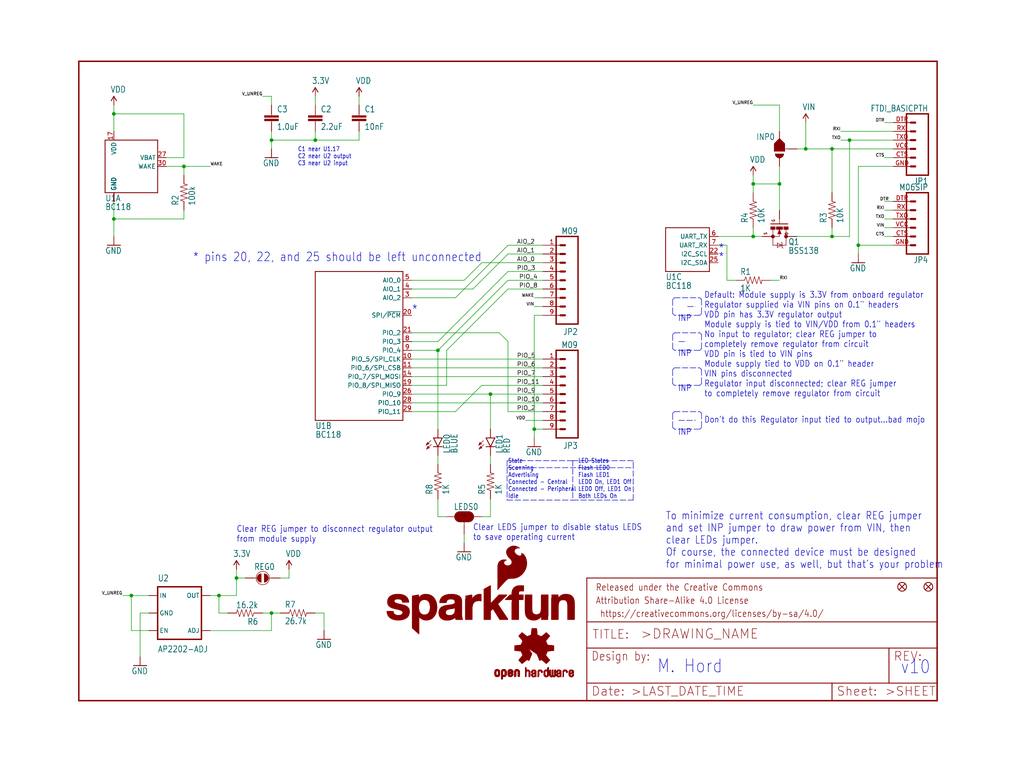
<source format=kicad_sch>
(kicad_sch (version 20211123) (generator eeschema)
  (paper "User" 297.002 223.926)
  (lib_symbols
    (symbol "schematicEagle-eagle-import:1.0UF-16V-10%(0603)"
      (property "Reference" "C" (at 1.524 2.921 0))
      (property "Value" "1.0UF-16V-10%(0603)" (at 1.524 -2.159 0))
      (symbol "1.0UF-16V-10%(0603)_1_0"
        (pin passive line (at 0 5.08 270) (length 2.54) (name "1") (number "1"))
        (pin passive line (at 0 -2.54 90) (length 2.54) (name "2") (number "2"))
      )
    )
    (symbol "schematicEagle-eagle-import:100KOHM1{slash}10W1%(0603)"
      (property "Reference" "R" (at -3.81 1.4986 0))
      (property "Value" "100KOHM1{slash}10W1%(0603)" (at -3.81 -3.302 0))
      (symbol "100KOHM1{slash}10W1%(0603)_1_0"
        (pin passive line (at -5.08 0 0) (length 2.54) (name "1") (number "1"))
        (pin passive line (at 5.08 0 180) (length 2.54) (name "2") (number "2"))
      )
    )
    (symbol "schematicEagle-eagle-import:10KOHM1{slash}10W1%(0603)0603"
      (property "Reference" "R" (at -3.81 1.4986 0))
      (property "Value" "10KOHM1{slash}10W1%(0603)0603" (at -3.81 -3.302 0))
      (symbol "10KOHM1{slash}10W1%(0603)0603_1_0"
        (pin passive line (at -5.08 0 0) (length 2.54) (name "1") (number "1"))
        (pin passive line (at 5.08 0 180) (length 2.54) (name "2") (number "2"))
      )
    )
    (symbol "schematicEagle-eagle-import:10NF{slash}10000PF-50V-10%(0603)"
      (property "Reference" "C" (at 1.524 2.921 0))
      (property "Value" "10NF{slash}10000PF-50V-10%(0603)" (at 1.524 -2.159 0))
      (symbol "10NF{slash}10000PF-50V-10%(0603)_1_0"
        (pin passive line (at 0 5.08 270) (length 2.54) (name "1") (number "1"))
        (pin passive line (at 0 -2.54 90) (length 2.54) (name "2") (number "2"))
      )
    )
    (symbol "schematicEagle-eagle-import:16.2KOHM1{slash}10W1%(0603)"
      (property "Reference" "R" (at -3.81 1.4986 0))
      (property "Value" "16.2KOHM1{slash}10W1%(0603)" (at -3.81 -3.302 0))
      (symbol "16.2KOHM1{slash}10W1%(0603)_1_0"
        (pin passive line (at -5.08 0 0) (length 2.54) (name "1") (number "1"))
        (pin passive line (at 5.08 0 180) (length 2.54) (name "2") (number "2"))
      )
    )
    (symbol "schematicEagle-eagle-import:1KOHM1{slash}10W1%(0603)"
      (property "Reference" "R" (at -3.81 1.4986 0))
      (property "Value" "1KOHM1{slash}10W1%(0603)" (at -3.81 -3.302 0))
      (symbol "1KOHM1{slash}10W1%(0603)_1_0"
        (pin passive line (at -5.08 0 0) (length 2.54) (name "1") (number "1"))
        (pin passive line (at 5.08 0 180) (length 2.54) (name "2") (number "2"))
      )
    )
    (symbol "schematicEagle-eagle-import:2.2UF-10V-20%(0603)"
      (property "Reference" "C" (at 1.524 2.921 0))
      (property "Value" "2.2UF-10V-20%(0603)" (at 1.524 -2.159 0))
      (symbol "2.2UF-10V-20%(0603)_1_0"
        (pin passive line (at 0 5.08 270) (length 2.54) (name "1") (number "1"))
        (pin passive line (at 0 -2.54 90) (length 2.54) (name "2") (number "2"))
      )
    )
    (symbol "schematicEagle-eagle-import:3.3V" (power)
      (property "Value" "3.3V" (at -1.016 3.556 0))
      (symbol "3.3V_1_0"
        (pin power_in line (at 0 0 90) (length 2.54) (name "3.3V") (number "1"))
      )
    )
    (symbol "schematicEagle-eagle-import:AP2202-ADJ"
      (property "Reference" "U" (at -7.62 9.144 0))
      (property "Value" "AP2202-ADJ" (at -7.62 -11.43 0))
      (symbol "AP2202-ADJ_1_0"
        (pin input line (at -10.16 5.08 0) (length 2.54) (name "IN") (number "1"))
        (pin input line (at -10.16 0 0) (length 2.54) (name "GND") (number "2"))
        (pin input line (at -10.16 -5.08 0) (length 2.54) (name "EN") (number "3"))
        (pin input line (at 7.62 -5.08 180) (length 2.54) (name "ADJ") (number "4"))
        (pin passive line (at 7.62 5.08 180) (length 2.54) (name "OUT") (number "5"))
      )
    )
    (symbol "schematicEagle-eagle-import:BC118"
      (property "Reference" "U" (at 0 -2.54 0))
      (property "Value" "BC118" (at 0 -5.08 0))
      (symbol "BC118_1_0"
        (pin bidirectional line (at 2.54 -2.54 90) (length 2.54) (name "GND") (number "1"))
        (pin bidirectional line (at 2.54 -2.54 90) (length 2.54) (name "GND") (number "12"))
        (pin bidirectional line (at 2.54 -2.54 90) (length 2.54) (name "GND") (number "13"))
        (pin bidirectional line (at 2.54 -2.54 90) (length 2.54) (name "GND") (number "15"))
        (pin bidirectional line (at 2.54 -2.54 90) (length 2.54) (name "GND") (number "16"))
        (pin bidirectional line (at 2.54 17.78 270) (length 2.54) (name "VDD") (number "17"))
        (pin bidirectional line (at 2.54 -2.54 90) (length 2.54) (name "GND") (number "18"))
        (pin bidirectional line (at 2.54 -2.54 90) (length 2.54) (name "GND") (number "2"))
        (pin bidirectional line (at 2.54 -2.54 90) (length 2.54) (name "GND") (number "23"))
        (pin bidirectional line (at 2.54 -2.54 90) (length 2.54) (name "GND") (number "24"))
        (pin bidirectional line (at 17.78 10.16 180) (length 2.54) (name "VBAT") (number "27"))
        (pin bidirectional line (at 17.78 7.62 180) (length 2.54) (name "WAKE") (number "30"))
        (pin bidirectional line (at 2.54 -2.54 90) (length 2.54) (name "GND") (number "31"))
        (pin bidirectional line (at 2.54 -2.54 90) (length 2.54) (name "GND") (number "32"))
        (pin bidirectional line (at 2.54 -2.54 90) (length 2.54) (name "GND") (number "33"))
        (pin bidirectional line (at 2.54 -2.54 90) (length 2.54) (name "GND") (number "34"))
        (pin bidirectional line (at 2.54 -2.54 90) (length 2.54) (name "GND") (number "35"))
      )
      (symbol "BC118_2_0"
        (pin bidirectional line (at 27.94 17.78 180) (length 2.54) (name "PIO_5/SPI_CLK") (number "10"))
        (pin bidirectional line (at 27.94 15.24 180) (length 2.54) (name "PIO_6/SPI_CSB") (number "11"))
        (pin bidirectional line (at 27.94 12.7 180) (length 2.54) (name "PIO_7/SPI_MOSI") (number "14"))
        (pin bidirectional line (at 27.94 10.16 180) (length 2.54) (name "PIO_8/SPI_MISO") (number "19"))
        (pin bidirectional line (at 27.94 30.48 180) (length 2.54) (name "SPI/~{PCM}") (number "20"))
        (pin bidirectional line (at 27.94 25.4 180) (length 2.54) (name "PIO_2") (number "21"))
        (pin bidirectional line (at 27.94 7.62 180) (length 2.54) (name "PIO_9") (number "26"))
        (pin bidirectional line (at 27.94 5.08 180) (length 2.54) (name "PIO_10") (number "28"))
        (pin bidirectional line (at 27.94 2.54 180) (length 2.54) (name "PIO_11") (number "29"))
        (pin bidirectional line (at 27.94 35.56 180) (length 2.54) (name "AIO_2") (number "3"))
        (pin bidirectional line (at 27.94 38.1 180) (length 2.54) (name "AIO_1") (number "4"))
        (pin bidirectional line (at 27.94 40.64 180) (length 2.54) (name "AIO_0") (number "5"))
        (pin bidirectional line (at 27.94 22.86 180) (length 2.54) (name "PIO_3") (number "8"))
        (pin bidirectional line (at 27.94 20.32 180) (length 2.54) (name "PIO_4") (number "9"))
      )
      (symbol "BC118_3_0"
        (pin bidirectional line (at 15.24 5.08 180) (length 2.54) (name "I2C_SCL") (number "22"))
        (pin bidirectional line (at 15.24 2.54 180) (length 2.54) (name "I2C_SDA") (number "25"))
        (pin bidirectional line (at 15.24 10.16 180) (length 2.54) (name "UART_TX") (number "6"))
        (pin bidirectional line (at 15.24 7.62 180) (length 2.54) (name "UART_RX") (number "7"))
      )
    )
    (symbol "schematicEagle-eagle-import:FIDUCIAL1X2")
    (symbol "schematicEagle-eagle-import:FRAME-LETTER"
      (symbol "FRAME-LETTER_2_0"
        (text " https://creativecommons.org/licenses/by-sa/4.0/" (at 2.54 24.13 0) (effects (font (size 1.9304 1.6408)) (justify left bottom)))
        (text ">DRAWING_NAME" (at 15.494 17.78 0) (effects (font (size 2.7432 2.7432)) (justify left bottom)))
        (text ">LAST_DATE_TIME" (at 12.7 1.27 0) (effects (font (size 2.54 2.54)) (justify left bottom)))
        (text ">SHEET" (at 86.36 1.27 0) (effects (font (size 2.54 2.54)) (justify left bottom)))
        (text "Attribution Share-Alike 4.0 License" (at 2.54 27.94 0) (effects (font (size 1.9304 1.6408)) (justify left bottom)))
        (text "Date:" (at 1.27 1.27 0) (effects (font (size 2.54 2.54)) (justify left bottom)))
        (text "Design by:" (at 1.27 11.43 0) (effects (font (size 2.54 2.159)) (justify left bottom)))
        (text "Released under the Creative Commons" (at 2.54 31.75 0) (effects (font (size 1.9304 1.6408)) (justify left bottom)))
        (text "REV:" (at 88.9 11.43 0) (effects (font (size 2.54 2.54)) (justify left bottom)))
        (text "Sheet:" (at 72.39 1.27 0) (effects (font (size 2.54 2.54)) (justify left bottom)))
        (text "TITLE:" (at 1.524 17.78 0) (effects (font (size 2.54 2.54)) (justify left bottom)))
      )
    )
    (symbol "schematicEagle-eagle-import:FTDI_BASICPTH"
      (property "Reference" "JP" (at -5.08 10.922 0))
      (property "Value" "FTDI_BASICPTH" (at -5.08 -10.16 0))
      (symbol "FTDI_BASICPTH_1_0"
        (pin passive line (at 5.08 5.08 180) (length 5.08) (name "5") (number "CTS"))
        (pin passive line (at 5.08 -5.08 180) (length 5.08) (name "1") (number "DTR"))
        (pin passive line (at 5.08 7.62 180) (length 5.08) (name "6") (number "GND"))
        (pin passive line (at 5.08 -2.54 180) (length 5.08) (name "2") (number "RXI"))
        (pin passive line (at 5.08 0 180) (length 5.08) (name "3") (number "TXO"))
        (pin passive line (at 5.08 2.54 180) (length 5.08) (name "4") (number "VCC"))
      )
    )
    (symbol "schematicEagle-eagle-import:GND" (power)
      (property "Value" "GND" (at -2.54 -2.54 0))
      (symbol "GND_1_0"
        (pin power_in line (at 0 2.54 270) (length 2.54) (name "GND") (number "1"))
      )
    )
    (symbol "schematicEagle-eagle-import:JUMPER-PAD-2-NC_BY_PASTE"
      (property "Reference" "SJ" (at -2.54 2.54 0))
      (property "Value" "JUMPER-PAD-2-NC_BY_PASTE" (at -2.54 -5.08 0))
      (symbol "JUMPER-PAD-2-NC_BY_PASTE_1_0"
        (pin passive line (at -5.08 0 0) (length 2.54) (name "1") (number "1"))
        (pin passive line (at 5.08 0 180) (length 2.54) (name "2") (number "2"))
      )
    )
    (symbol "schematicEagle-eagle-import:JUMPER-PAD-3-2OF3_NC_BY_PASTE"
      (property "Reference" "SJ" (at 2.54 0.381 0))
      (property "Value" "JUMPER-PAD-3-2OF3_NC_BY_PASTE" (at 2.54 -1.905 0))
      (symbol "JUMPER-PAD-3-2OF3_NC_BY_PASTE_1_0"
        (pin passive line (at 0 5.08 270) (length 2.54) (name "1") (number "1"))
        (pin passive line (at -5.08 0 0) (length 2.54) (name "2") (number "2"))
        (pin passive line (at 0 -5.08 90) (length 2.54) (name "3") (number "3"))
      )
    )
    (symbol "schematicEagle-eagle-import:JUMPER-PAD-3-NC_BY_PASTE"
      (property "Reference" "SJ" (at 2.54 0.381 0))
      (property "Value" "JUMPER-PAD-3-NC_BY_PASTE" (at 2.54 -1.905 0))
      (symbol "JUMPER-PAD-3-NC_BY_PASTE_1_0"
        (pin passive line (at 0 5.08 270) (length 2.54) (name "1") (number "1"))
        (pin passive line (at -5.08 0 0) (length 2.54) (name "2") (number "2"))
        (pin passive line (at 0 -5.08 90) (length 2.54) (name "3") (number "3"))
      )
    )
    (symbol "schematicEagle-eagle-import:LED-BLUE0603"
      (property "Reference" "D" (at 3.556 -4.572 90))
      (property "Value" "LED-BLUE0603" (at 5.715 -4.572 90))
      (symbol "LED-BLUE0603_1_0"
        (pin passive line (at 0 2.54 270) (length 2.54) (name "A") (number "A"))
        (pin passive line (at 0 -5.08 90) (length 2.54) (name "C") (number "C"))
      )
    )
    (symbol "schematicEagle-eagle-import:LED-RED0603"
      (property "Reference" "D" (at 3.556 -4.572 90))
      (property "Value" "LED-RED0603" (at 5.715 -4.572 90))
      (symbol "LED-RED0603_1_0"
        (pin passive line (at 0 2.54 270) (length 2.54) (name "A") (number "A"))
        (pin passive line (at 0 -5.08 90) (length 2.54) (name "C") (number "C"))
      )
    )
    (symbol "schematicEagle-eagle-import:M06SIP"
      (property "Reference" "JP" (at -5.08 10.922 0))
      (property "Value" "M06SIP" (at -5.08 -10.16 0))
      (symbol "M06SIP_1_0"
        (pin passive line (at 5.08 5.08 180) (length 5.08) (name "5") (number "CTS"))
        (pin passive line (at 5.08 -5.08 180) (length 5.08) (name "1") (number "DTR"))
        (pin passive line (at 5.08 7.62 180) (length 5.08) (name "6") (number "GND"))
        (pin passive line (at 5.08 -2.54 180) (length 5.08) (name "2") (number "RXI"))
        (pin passive line (at 5.08 0 180) (length 5.08) (name "3") (number "TXO"))
        (pin passive line (at 5.08 2.54 180) (length 5.08) (name "4") (number "VCC"))
      )
    )
    (symbol "schematicEagle-eagle-import:M09"
      (property "Reference" "JP" (at 0 16.51 0))
      (property "Value" "M09" (at 0 -15.24 0))
      (symbol "M09_1_0"
        (pin passive line (at 10.16 -10.16 180) (length 5.08) (name "1") (number "1"))
        (pin passive line (at 10.16 -7.62 180) (length 5.08) (name "2") (number "2"))
        (pin passive line (at 10.16 -5.08 180) (length 5.08) (name "3") (number "3"))
        (pin passive line (at 10.16 -2.54 180) (length 5.08) (name "4") (number "4"))
        (pin passive line (at 10.16 0 180) (length 5.08) (name "5") (number "5"))
        (pin passive line (at 10.16 2.54 180) (length 5.08) (name "6") (number "6"))
        (pin passive line (at 10.16 5.08 180) (length 5.08) (name "7") (number "7"))
        (pin passive line (at 10.16 7.62 180) (length 5.08) (name "8") (number "8"))
        (pin passive line (at 10.16 10.16 180) (length 5.08) (name "9") (number "9"))
      )
    )
    (symbol "schematicEagle-eagle-import:MOSFET-NCHANNELBSS138"
      (property "Reference" "Q" (at 5.08 2.54 0))
      (property "Value" "MOSFET-NCHANNELBSS138" (at 5.08 0 0))
      (symbol "MOSFET-NCHANNELBSS138_1_0"
        (text "D" (at -1.27 2.54 0) (effects (font (size 0.8128 0.6908)) (justify left bottom)))
        (text "G" (at -5.08 -1.27 0) (effects (font (size 0.8128 0.6908)) (justify left bottom)))
        (text "S" (at -1.27 -3.556 0) (effects (font (size 0.8128 0.6908)) (justify left bottom)))
        (pin passive line (at -7.62 0 0) (length 2.54) (name "G") (number "1"))
        (pin passive line (at 0 -5.08 90) (length 2.54) (name "S") (number "2"))
        (pin passive line (at 0 5.08 270) (length 2.54) (name "D") (number "3"))
      )
    )
    (symbol "schematicEagle-eagle-import:OSHW-LOGOS")
    (symbol "schematicEagle-eagle-import:SFE_LOGO_NAME.1_INCH")
    (symbol "schematicEagle-eagle-import:SFE_LOGO_NAME_FLAME.1_INCH")
    (symbol "schematicEagle-eagle-import:VDD" (power)
      (property "Value" "VDD" (at -1.016 3.556 0))
      (symbol "VDD_1_0"
        (pin power_in line (at 0 0 90) (length 2.54) (name "VDD") (number "1"))
      )
    )
    (symbol "schematicEagle-eagle-import:VIN" (power)
      (property "Value" "VIN" (at -1.016 3.556 0))
      (symbol "VIN_1_0"
        (pin power_in line (at 0 0 90) (length 2.54) (name "VIN") (number "1"))
      )
    )
  )
  (junction (at 248.92 71.12))
  (junction (at 154.94 124.46))
  (junction (at 241.3 43.18))
  (junction (at 233.68 43.18))
  (junction (at 78.74 40.64))
  (junction (at 68.58 167.64))
  (junction (at 241.3 68.58))
  (junction (at 33.02 33.02))
  (junction (at 38.1 172.72))
  (junction (at 127 101.6))
  (junction (at 33.02 63.5))
  (junction (at 78.74 177.8))
  (junction (at 53.34 48.26))
  (junction (at 226.06 53.34))
  (junction (at 63.5 172.72))
  (junction (at 218.44 53.34))
  (junction (at 246.38 40.64))
  (junction (at 142.24 114.3))
  (junction (at 218.44 68.58))
  (junction (at 91.44 40.64))
  (wire (pts (xy 233.68 35.56) (xy 233.68 43.18)))
  (wire (pts (xy 139.7 76.2) (xy 157.48 76.2)))
  (wire (pts (xy 78.74 43.18) (xy 78.74 40.64)))
  (wire (pts (xy 147.32 99.06) (xy 144.78 96.52)))
  (wire (pts (xy 157.48 86.36) (xy 154.94 86.36)))
  (wire (pts (xy 132.08 119.38) (xy 139.7 111.76)))
  (wire (pts (xy 63.5 172.72) (xy 68.58 172.72)))
  (wire (pts (xy 154.94 127) (xy 154.94 124.46)))
  (wire (pts (xy 259.08 38.1) (xy 243.84 38.1)))
  (wire (pts (xy 91.44 40.64) (xy 104.14 40.64)))
  (wire (pts (xy 53.34 63.5) (xy 53.34 60.96)))
  (wire (pts (xy 78.74 182.88) (xy 78.74 177.8)))
  (wire (pts (xy 127 144.78) (xy 127 149.86)))
  (wire (pts (xy 78.74 27.94) (xy 78.74 30.48)))
  (polyline (pts (xy 183.642 145.034) (xy 183.642 135.636)))
  (polyline (pts (xy 166.116 145.034) (xy 183.642 145.034)))
  (wire (pts (xy 127 124.46) (xy 127 101.6)))
  (polyline (pts (xy 195.072 123.952) (xy 195.072 119.888)))
  (wire (pts (xy 33.02 30.48) (xy 33.02 33.02)))
  (wire (pts (xy 132.08 86.36) (xy 147.32 71.12)))
  (polyline (pts (xy 195.58 86.36) (xy 202.946 86.36)))
  (wire (pts (xy 154.94 124.46) (xy 157.48 124.46)))
  (wire (pts (xy 38.1 172.72) (xy 35.56 172.72)))
  (wire (pts (xy 53.34 48.26) (xy 60.96 48.26)))
  (wire (pts (xy 139.7 149.86) (xy 142.24 149.86)))
  (wire (pts (xy 259.08 66.04) (xy 256.54 66.04)))
  (wire (pts (xy 127 149.86) (xy 129.54 149.86)))
  (wire (pts (xy 43.18 182.88) (xy 38.1 182.88)))
  (wire (pts (xy 208.28 71.12) (xy 210.82 71.12)))
  (wire (pts (xy 53.34 48.26) (xy 53.34 50.8)))
  (wire (pts (xy 134.62 81.28) (xy 139.7 76.2)))
  (wire (pts (xy 226.06 53.34) (xy 226.06 60.96)))
  (wire (pts (xy 63.5 172.72) (xy 63.5 177.8)))
  (wire (pts (xy 147.32 73.66) (xy 157.48 73.66)))
  (wire (pts (xy 33.02 33.02) (xy 53.34 33.02)))
  (wire (pts (xy 60.96 182.88) (xy 78.74 182.88)))
  (wire (pts (xy 129.54 101.6) (xy 147.32 83.82)))
  (wire (pts (xy 134.62 157.48) (xy 134.62 154.94)))
  (wire (pts (xy 63.5 177.8) (xy 66.04 177.8)))
  (wire (pts (xy 231.14 43.18) (xy 233.68 43.18)))
  (wire (pts (xy 127 99.06) (xy 147.32 78.74)))
  (wire (pts (xy 147.32 119.38) (xy 147.32 99.06)))
  (wire (pts (xy 119.38 99.06) (xy 127 99.06)))
  (polyline (pts (xy 166.116 133.604) (xy 166.116 145.034)))
  (wire (pts (xy 119.38 106.68) (xy 157.48 106.68)))
  (wire (pts (xy 91.44 177.8) (xy 93.98 177.8)))
  (wire (pts (xy 147.32 81.28) (xy 157.48 81.28)))
  (wire (pts (xy 119.38 86.36) (xy 132.08 86.36)))
  (wire (pts (xy 33.02 33.02) (xy 33.02 38.1)))
  (polyline (pts (xy 195.072 107.188) (xy 195.58 106.68)))
  (wire (pts (xy 104.14 27.94) (xy 104.14 30.48)))
  (wire (pts (xy 147.32 83.82) (xy 157.48 83.82)))
  (wire (pts (xy 210.82 71.12) (xy 210.82 81.28)))
  (polyline (pts (xy 195.58 111.76) (xy 195.072 111.252)))
  (wire (pts (xy 248.92 73.66) (xy 248.92 71.12)))
  (wire (pts (xy 248.92 48.26) (xy 259.08 48.26)))
  (wire (pts (xy 40.64 177.8) (xy 43.18 177.8)))
  (wire (pts (xy 60.96 172.72) (xy 63.5 172.72)))
  (wire (pts (xy 142.24 114.3) (xy 157.48 114.3)))
  (wire (pts (xy 119.38 119.38) (xy 132.08 119.38)))
  (wire (pts (xy 259.08 35.56) (xy 256.54 35.56)))
  (wire (pts (xy 142.24 124.46) (xy 142.24 114.3)))
  (polyline (pts (xy 195.58 119.38) (xy 202.946 119.38)))
  (wire (pts (xy 33.02 63.5) (xy 53.34 63.5)))
  (wire (pts (xy 226.06 48.26) (xy 226.06 53.34)))
  (polyline (pts (xy 147.066 135.636) (xy 147.066 145.034)))
  (polyline (pts (xy 202.946 86.36) (xy 203.454 86.868)))
  (wire (pts (xy 78.74 38.1) (xy 78.74 40.64)))
  (wire (pts (xy 78.74 177.8) (xy 81.28 177.8)))
  (wire (pts (xy 241.3 43.18) (xy 259.08 43.18)))
  (wire (pts (xy 38.1 172.72) (xy 43.18 172.72)))
  (polyline (pts (xy 203.454 119.888) (xy 203.454 123.952)))
  (wire (pts (xy 259.08 45.72) (xy 256.54 45.72)))
  (polyline (pts (xy 195.58 124.46) (xy 195.072 123.952)))
  (polyline (pts (xy 203.454 107.188) (xy 203.454 111.252)))
  (wire (pts (xy 104.14 40.64) (xy 104.14 38.1)))
  (polyline (pts (xy 203.454 97.028) (xy 203.454 101.092)))
  (wire (pts (xy 246.38 68.58) (xy 246.38 40.64)))
  (polyline (pts (xy 195.58 101.6) (xy 195.072 101.092)))
  (wire (pts (xy 119.38 104.14) (xy 157.48 104.14)))
  (wire (pts (xy 142.24 149.86) (xy 142.24 144.78)))
  (wire (pts (xy 231.14 68.58) (xy 241.3 68.58)))
  (wire (pts (xy 226.06 53.34) (xy 218.44 53.34)))
  (polyline (pts (xy 203.454 111.252) (xy 202.946 111.76)))
  (polyline (pts (xy 195.58 106.68) (xy 202.946 106.68)))
  (wire (pts (xy 259.08 63.5) (xy 256.54 63.5)))
  (wire (pts (xy 223.52 81.28) (xy 226.06 81.28)))
  (wire (pts (xy 127 134.62) (xy 127 132.08)))
  (polyline (pts (xy 202.946 111.76) (xy 195.58 111.76)))
  (polyline (pts (xy 196.85 121.92) (xy 201.676 121.92)))
  (wire (pts (xy 68.58 172.72) (xy 68.58 167.64)))
  (wire (pts (xy 142.24 114.3) (xy 119.38 114.3)))
  (polyline (pts (xy 195.58 96.52) (xy 202.946 96.52)))
  (wire (pts (xy 157.48 121.92) (xy 152.4 121.92)))
  (polyline (pts (xy 202.946 91.44) (xy 195.58 91.44)))
  (wire (pts (xy 53.34 33.02) (xy 53.34 45.72)))
  (wire (pts (xy 127 101.6) (xy 147.32 81.28)))
  (wire (pts (xy 218.44 53.34) (xy 218.44 50.8)))
  (wire (pts (xy 93.98 177.8) (xy 93.98 182.88)))
  (polyline (pts (xy 202.946 101.6) (xy 195.58 101.6)))
  (wire (pts (xy 208.28 68.58) (xy 218.44 68.58)))
  (wire (pts (xy 241.3 68.58) (xy 241.3 66.04)))
  (wire (pts (xy 218.44 68.58) (xy 220.98 68.58)))
  (wire (pts (xy 248.92 71.12) (xy 248.92 48.26)))
  (wire (pts (xy 53.34 45.72) (xy 48.26 45.72)))
  (wire (pts (xy 139.7 111.76) (xy 157.48 111.76)))
  (wire (pts (xy 259.08 68.58) (xy 256.54 68.58)))
  (wire (pts (xy 40.64 190.5) (xy 40.64 177.8)))
  (wire (pts (xy 154.94 91.44) (xy 157.48 91.44)))
  (wire (pts (xy 259.08 58.42) (xy 256.54 58.42)))
  (wire (pts (xy 144.78 96.52) (xy 119.38 96.52)))
  (wire (pts (xy 38.1 182.88) (xy 38.1 172.72)))
  (wire (pts (xy 218.44 66.04) (xy 218.44 68.58)))
  (wire (pts (xy 233.68 43.18) (xy 241.3 43.18)))
  (polyline (pts (xy 195.072 90.932) (xy 195.072 86.868)))
  (polyline (pts (xy 147.066 135.636) (xy 183.642 135.636)))
  (wire (pts (xy 91.44 38.1) (xy 91.44 40.64)))
  (polyline (pts (xy 147.066 145.034) (xy 166.116 145.034)))
  (polyline (pts (xy 203.454 90.932) (xy 202.946 91.44)))
  (polyline (pts (xy 195.072 86.868) (xy 195.58 86.36)))
  (wire (pts (xy 33.02 63.5) (xy 33.02 58.42)))
  (wire (pts (xy 83.82 167.64) (xy 83.82 165.1)))
  (wire (pts (xy 68.58 167.64) (xy 71.12 167.64)))
  (wire (pts (xy 259.08 60.96) (xy 256.54 60.96)))
  (wire (pts (xy 137.16 83.82) (xy 147.32 73.66)))
  (wire (pts (xy 91.44 27.94) (xy 91.44 30.48)))
  (wire (pts (xy 259.08 71.12) (xy 248.92 71.12)))
  (polyline (pts (xy 202.946 119.38) (xy 203.454 119.888)))
  (wire (pts (xy 241.3 68.58) (xy 246.38 68.58)))
  (wire (pts (xy 119.38 101.6) (xy 127 101.6)))
  (wire (pts (xy 81.28 167.64) (xy 83.82 167.64)))
  (wire (pts (xy 147.32 78.74) (xy 157.48 78.74)))
  (wire (pts (xy 76.2 177.8) (xy 78.74 177.8)))
  (polyline (pts (xy 203.454 123.952) (xy 202.946 124.46)))
  (wire (pts (xy 246.38 40.64) (xy 243.84 40.64)))
  (wire (pts (xy 154.94 124.46) (xy 154.94 91.44)))
  (wire (pts (xy 147.32 71.12) (xy 157.48 71.12)))
  (polyline (pts (xy 202.946 124.46) (xy 195.58 124.46)))
  (polyline (pts (xy 202.946 106.68) (xy 203.454 107.188)))
  (polyline (pts (xy 195.072 119.888) (xy 195.58 119.38)))
  (wire (pts (xy 142.24 134.62) (xy 142.24 132.08)))
  (wire (pts (xy 119.38 81.28) (xy 134.62 81.28)))
  (wire (pts (xy 119.38 83.82) (xy 137.16 83.82)))
  (polyline (pts (xy 147.066 133.604) (xy 147.066 135.636)))
  (wire (pts (xy 147.32 119.38) (xy 157.48 119.38)))
  (polyline (pts (xy 195.072 97.028) (xy 195.58 96.52)))
  (wire (pts (xy 48.26 48.26) (xy 53.34 48.26)))
  (polyline (pts (xy 195.072 101.092) (xy 195.072 97.028)))
  (polyline (pts (xy 203.454 86.868) (xy 203.454 90.932)))
  (polyline (pts (xy 202.946 96.52) (xy 203.454 97.028)))
  (polyline (pts (xy 195.072 111.252) (xy 195.072 107.188)))
  (wire (pts (xy 226.06 30.48) (xy 218.44 30.48)))
  (wire (pts (xy 119.38 111.76) (xy 129.54 111.76)))
  (wire (pts (xy 259.08 40.64) (xy 246.38 40.64)))
  (polyline (pts (xy 183.642 133.604) (xy 166.116 133.604)))
  (polyline (pts (xy 199.39 88.9) (xy 201.676 88.9)))
  (wire (pts (xy 157.48 88.9) (xy 154.94 88.9)))
  (wire (pts (xy 119.38 109.22) (xy 157.48 109.22)))
  (wire (pts (xy 78.74 40.64) (xy 91.44 40.64)))
  (wire (pts (xy 218.44 55.88) (xy 218.44 53.34)))
  (polyline (pts (xy 195.58 91.44) (xy 195.072 90.932)))
  (wire (pts (xy 241.3 55.88) (xy 241.3 43.18)))
  (polyline (pts (xy 166.116 133.604) (xy 147.066 133.604)))
  (wire (pts (xy 129.54 111.76) (xy 129.54 101.6)))
  (polyline (pts (xy 183.642 135.636) (xy 183.642 133.604)))
  (wire (pts (xy 68.58 165.1) (xy 68.58 167.64)))
  (wire (pts (xy 119.38 116.84) (xy 157.48 116.84)))
  (wire (pts (xy 210.82 81.28) (xy 213.36 81.28)))
  (polyline (pts (xy 203.454 101.092) (xy 202.946 101.6)))
  (wire (pts (xy 226.06 38.1) (xy 226.06 30.48)))
  (wire (pts (xy 33.02 68.58) (xy 33.02 63.5)))
  (wire (pts (xy 78.74 27.94) (xy 76.2 27.94)))
  (polyline (pts (xy 196.85 99.06) (xy 199.136 99.06)))
  (text "*" (at 208.28 73.66 180) (effects (font (size 2.54 2.159)) (justify left bottom)))
  (text "State\nScanning\nAdvertising\nConnected - Central\nConnected - Peripheral\nIdle" (at 147.32 144.78 0) (effects (font (size 1.27 1.0795)) (justify left bottom)))
  (text "Module supply tied to VDD on 0.1\" header\nVIN pins disconnected\nRegulator input disconnected; clear REG jumper\nto completely remove regulator from circuit" (at 204.216 115.316 0) (effects (font (size 1.778 1.5113)) (justify left bottom)))
  (text "*" (at 119.38 91.44 180) (effects (font (size 2.54 2.159)) (justify left bottom)))
  (text "INP" (at 196.596 126.492 180) (effects (font (size 1.778 1.5113)) (justify left bottom)))
  (text "INP" (at 196.596 113.792 180) (effects (font (size 1.778 1.5113)) (justify left bottom)))
  (text "* pins 20, 22, and 25 should be left unconnected" (at 55.88 76.2 180) (effects (font (size 2.54 2.159)) (justify left bottom)))
  (text "Clear REG jumper to disconnect regulator output\nfrom module supply" (at 68.58 157.48 0) (effects (font (size 1.778 1.5113)) (justify left bottom)))
  (text "Don't do this~{} Regulator input tied to output...bad mojo~{}" (at 204.216 122.936 0) (effects (font (size 1.778 1.5113)) (justify left bottom)))
  (text "Default: Module supply is 3.3V from onboard regulator\nRegulator supplied via VIN pins on 0.1\" headers\nVDD pin has 3.3V regulator output" (at 204.216 92.456 0) (effects (font (size 1.778 1.5113)) (justify left bottom)))
  (text "INP" (at 196.596 103.632 180) (effects (font (size 1.778 1.5113)) (justify left bottom)))
  (text "To minimize current consumption, clear REG jumper\nand set INP jumper to draw power from VIN, then\nclear LEDs jumper.\nOf course, the connected device must be designed\nfor minimal power use, as well, but that's your problem~{}" (at 193.04 165.1 0) (effects (font (size 2.1844 1.8567)) (justify left bottom)))
  (text "INP" (at 196.596 93.472 180) (effects (font (size 1.778 1.5113)) (justify left bottom)))
  (text "v10" (at 261.112 195.834 180) (effects (font (size 3.81 3.2385)) (justify left bottom)))
  (text "C1 near U1.17\nC2 near U2 output\nC3 near U2 input" (at 86.36 48.26 180) (effects (font (size 1.27 1.0795)) (justify left bottom)))
  (text "M. Hord" (at 190.5 195.58 180) (effects (font (size 3.81 3.2385)) (justify left bottom)))
  (text "Module supply is tied to VIN/VDD from 0.1\" headers\nNo input to regulator; clear REG jumper to\ncompletely remove regulator from circuit\nVDD pin is tied to VIN pins" (at 204.216 103.886 0) (effects (font (size 1.778 1.5113)) (justify left bottom)))
  (text "Clear LEDS jumper to disable status LEDS\nto save operating current" (at 137.16 156.972 0) (effects (font (size 1.778 1.5113)) (justify left bottom)))
  (text "*" (at 208.28 76.2 180) (effects (font (size 2.54 2.159)) (justify left bottom)))
  (text "LED States\nFlash LED0\nFlash LED1\nLED0 On, LED1 Off\nLED0 Off, LED1 On\nBoth LEDs On" (at 167.64 144.78 0) (effects (font (size 1.27 1.0795)) (justify left bottom)))
  (label "VIN" (at 256.54 66.04 180) (effects (font (size 0.889 0.889))))
  (label "PIO_8" (at 150.495 83.82 0) (effects (font (size 1.2446 1.2446))))
  (label "CTS" (at 256.54 68.58 180) (effects (font (size 0.889 0.889))))
  (label "PIO_7" (at 149.86 109.22 0) (effects (font (size 1.2446 1.2446))))
  (label "DTR" (at 256.54 35.56 180) (effects (font (size 0.889 0.889))))
  (label "WAKE" (at 154.94 86.36 180) (effects (font (size 0.889 0.889))))
  (label "RXI" (at 256.54 60.96 180) (effects (font (size 0.889 0.889))))
  (label "PIO_3" (at 149.86 78.74 0) (effects (font (size 1.2446 1.2446))))
  (label "VIN" (at 154.94 88.9 180) (effects (font (size 0.889 0.889))))
  (label "PIO_2" (at 149.86 119.38 0) (effects (font (size 1.2446 1.2446))))
  (label "PIO_6" (at 149.86 106.68 0) (effects (font (size 1.2446 1.2446))))
  (label "PIO_4" (at 150.495 81.28 0) (effects (font (size 1.2446 1.2446))))
  (label "RXI" (at 243.84 38.1 180) (effects (font (size 0.889 0.889))))
  (label "VDD" (at 152.4 121.92 180) (effects (font (size 0.889 0.889))))
  (label "PIO_11" (at 149.86 111.76 0) (effects (font (size 1.2446 1.2446))))
  (label "DTR" (at 257.81 58.42 180) (effects (font (size 0.889 0.889))))
  (label "PIO_9" (at 149.86 114.3 0) (effects (font (size 1.2446 1.2446))))
  (label "PIO_5" (at 149.86 104.14 0) (effects (font (size 1.2446 1.2446))))
  (label "AIO_1" (at 149.86 73.66 0) (effects (font (size 1.2446 1.2446))))
  (label "V_UNREG" (at 35.56 172.72 180) (effects (font (size 0.889 0.889))))
  (label "WAKE" (at 60.96 48.26 0) (effects (font (size 0.889 0.889))))
  (label "V_UNREG" (at 218.44 30.48 180) (effects (font (size 0.889 0.889))))
  (label "TXO" (at 256.54 63.5 180) (effects (font (size 0.889 0.889))))
  (label "CTS" (at 256.54 45.72 180) (effects (font (size 0.889 0.889))))
  (label "AIO_2" (at 149.86 71.12 0) (effects (font (size 1.2446 1.2446))))
  (label "RXI" (at 226.06 81.28 0) (effects (font (size 0.889 0.889))))
  (label "TXO" (at 243.84 40.64 180) (effects (font (size 0.889 0.889))))
  (label "V_UNREG" (at 76.2 27.94 180) (effects (font (size 0.889 0.889))))
  (label "PIO_10" (at 149.86 116.84 0) (effects (font (size 1.2446 1.2446))))
  (label "AIO_0" (at 149.86 76.2 0) (effects (font (size 1.2446 1.2446))))
  (symbol (lib_id "schematicEagle-eagle-import:JUMPER-PAD-2-NC_BY_PASTE") (at 76.2 167.64 0) (unit 1)
    (property "Reference" "REG0" (at 73.66 165.354 0) (effects (font (size 1.778 1.5113)) (justify left bottom)))
    (property "Value" "JUMPER-PAD-2-NC_BY_PASTE" (effects hide))
    (property "Footprint" "schematicEagle:PAD-JUMPER-2-NC_BY_PASTE_YES_SILK" (effects hide))
  )
  (symbol (lib_id "schematicEagle-eagle-import:10KOHM1{slash}10W1%(0603)0603") (at 218.44 60.96 90) (unit 1)
    (property "Reference" "R4" (at 216.9414 64.77 0) (effects (font (size 1.778 1.5113)) (justify left bottom)))
    (property "Value" "10K" (at 221.742 64.77 0) (effects (font (size 1.778 1.5113)) (justify left bottom)))
    (property "Footprint" "schematicEagle:0603-RES" (effects hide))
  )
  (symbol (lib_id "schematicEagle-eagle-import:SFE_LOGO_NAME.1_INCH") (at 110.236 183.896 0) (unit 1)
    (property "Reference" "LOGO1" (effects hide))
    (property "Value" "SFE_LOGO_NAME.1_INCH" (effects hide))
    (property "Footprint" "schematicEagle:SFE_LOGO_NAME_.1" (effects hide))
  )
  (symbol (lib_id "schematicEagle-eagle-import:OSHW-LOGOS") (at 154.94 187.96 0) (unit 1)
    (property "Reference" "LOGO4" (effects hide))
    (property "Value" "OSHW-LOGOS" (effects hide))
    (property "Footprint" "schematicEagle:OSHW-LOGO-S" (effects hide))
  )
  (symbol (lib_id "schematicEagle-eagle-import:10NF{slash}10000PF-50V-10%(0603)") (at 104.14 35.56 0) (unit 1)
    (property "Reference" "C1" (at 105.664 32.639 0) (effects (font (size 1.778 1.5113)) (justify left bottom)))
    (property "Value" "10nF" (at 105.664 37.719 0) (effects (font (size 1.778 1.5113)) (justify left bottom)))
    (property "Footprint" "schematicEagle:0603-CAP" (effects hide))
  )
  (symbol (lib_id "schematicEagle-eagle-import:100KOHM1{slash}10W1%(0603)") (at 53.34 55.88 90) (unit 1)
    (property "Reference" "R2" (at 51.8414 59.69 0) (effects (font (size 1.778 1.5113)) (justify left bottom)))
    (property "Value" "100k" (at 56.642 59.69 0) (effects (font (size 1.778 1.5113)) (justify left bottom)))
    (property "Footprint" "schematicEagle:0603-RES" (effects hide))
  )
  (symbol (lib_id "schematicEagle-eagle-import:3.3V") (at 68.58 165.1 0) (unit 1)
    (property "Reference" "#SUPPLY3" (effects hide))
    (property "Value" "3.3V" (at 67.564 161.544 0) (effects (font (size 1.778 1.5113)) (justify left bottom)))
    (property "Footprint" "schematicEagle:" (effects hide))
  )
  (symbol (lib_id "schematicEagle-eagle-import:1KOHM1{slash}10W1%(0603)") (at 218.44 81.28 0) (unit 1)
    (property "Reference" "R1" (at 214.63 79.7814 0) (effects (font (size 1.778 1.5113)) (justify left bottom)))
    (property "Value" "1K" (at 214.63 84.582 0) (effects (font (size 1.778 1.5113)) (justify left bottom)))
    (property "Footprint" "schematicEagle:0603-RES" (effects hide))
  )
  (symbol (lib_id "schematicEagle-eagle-import:1KOHM1{slash}10W1%(0603)") (at 142.24 139.7 90) (unit 1)
    (property "Reference" "R5" (at 140.7414 143.51 0) (effects (font (size 1.778 1.5113)) (justify left bottom)))
    (property "Value" "1K" (at 145.542 143.51 0) (effects (font (size 1.778 1.5113)) (justify left bottom)))
    (property "Footprint" "schematicEagle:0603-RES" (effects hide))
  )
  (symbol (lib_id "schematicEagle-eagle-import:AP2202-ADJ") (at 53.34 177.8 0) (unit 1)
    (property "Reference" "U2" (at 45.72 168.656 0) (effects (font (size 1.778 1.5113)) (justify left bottom)))
    (property "Value" "AP2202-ADJ" (at 45.72 189.23 0) (effects (font (size 1.778 1.5113)) (justify left bottom)))
    (property "Footprint" "schematicEagle:SOT23-5" (effects hide))
  )
  (symbol (lib_id "schematicEagle-eagle-import:16.2KOHM1{slash}10W1%(0603)") (at 86.36 177.8 0) (unit 1)
    (property "Reference" "R7" (at 82.55 176.3014 0) (effects (font (size 1.778 1.5113)) (justify left bottom)))
    (property "Value" "26.7k" (at 82.55 181.102 0) (effects (font (size 1.778 1.5113)) (justify left bottom)))
    (property "Footprint" "schematicEagle:0603-RES" (effects hide))
  )
  (symbol (lib_id "schematicEagle-eagle-import:3.3V") (at 91.44 27.94 0) (unit 1)
    (property "Reference" "#SUPPLY8" (effects hide))
    (property "Value" "3.3V" (at 90.424 24.384 0) (effects (font (size 1.778 1.5113)) (justify left bottom)))
    (property "Footprint" "schematicEagle:" (effects hide))
  )
  (symbol (lib_id "schematicEagle-eagle-import:GND") (at 40.64 193.04 0) (unit 1)
    (property "Reference" "#GND2" (effects hide))
    (property "Value" "GND" (at 38.1 195.58 0) (effects (font (size 1.778 1.5113)) (justify left bottom)))
    (property "Footprint" "schematicEagle:" (effects hide))
  )
  (symbol (lib_id "schematicEagle-eagle-import:GND") (at 33.02 71.12 0) (unit 1)
    (property "Reference" "#GND3" (effects hide))
    (property "Value" "GND" (at 30.48 73.66 0) (effects (font (size 1.778 1.5113)) (justify left bottom)))
    (property "Footprint" "schematicEagle:" (effects hide))
  )
  (symbol (lib_id "schematicEagle-eagle-import:BC118") (at 91.44 121.92 0) (unit 2)
    (property "Reference" "U1" (at 91.44 124.46 0) (effects (font (size 1.778 1.5113)) (justify left bottom)))
    (property "Value" "BC118" (at 91.44 127 0) (effects (font (size 1.778 1.5113)) (justify left bottom)))
    (property "Footprint" "schematicEagle:BC118" (effects hide))
  )
  (symbol (lib_id "schematicEagle-eagle-import:GND") (at 248.92 76.2 0) (unit 1)
    (property "Reference" "#GND7" (effects hide))
    (property "Value" "GND" (at 246.38 78.74 0) (effects (font (size 1.778 1.5113)) (justify left bottom)))
    (property "Footprint" "schematicEagle:" (effects hide))
  )
  (symbol (lib_id "schematicEagle-eagle-import:VIN") (at 233.68 35.56 0) (unit 1)
    (property "Reference" "#SUPPLY4" (effects hide))
    (property "Value" "VIN" (at 232.664 32.004 0) (effects (font (size 1.778 1.5113)) (justify left bottom)))
    (property "Footprint" "schematicEagle:" (effects hide))
  )
  (symbol (lib_id "schematicEagle-eagle-import:GND") (at 134.62 160.02 0) (unit 1)
    (property "Reference" "#GND4" (effects hide))
    (property "Value" "GND" (at 132.08 162.56 0) (effects (font (size 1.778 1.5113)) (justify left bottom)))
    (property "Footprint" "schematicEagle:" (effects hide))
  )
  (symbol (lib_id "schematicEagle-eagle-import:1KOHM1{slash}10W1%(0603)") (at 127 139.7 90) (unit 1)
    (property "Reference" "R8" (at 125.5014 143.51 0) (effects (font (size 1.778 1.5113)) (justify left bottom)))
    (property "Value" "1K" (at 130.302 143.51 0) (effects (font (size 1.778 1.5113)) (justify left bottom)))
    (property "Footprint" "schematicEagle:0603-RES" (effects hide))
  )
  (symbol (lib_id "schematicEagle-eagle-import:SFE_LOGO_NAME_FLAME.1_INCH") (at 111.506 184.15 0) (unit 1)
    (property "Reference" "LOGO3" (effects hide))
    (property "Value" "SFE_LOGO_NAME_FLAME.1_INCH" (effects hide))
    (property "Footprint" "schematicEagle:SFE_LOGO_NAME_FLAME_.1" (effects hide))
  )
  (symbol (lib_id "schematicEagle-eagle-import:FTDI_BASICPTH") (at 264.16 40.64 180) (unit 1)
    (property "Reference" "JP1" (at 269.24 51.562 0) (effects (font (size 1.778 1.5113)) (justify left bottom)))
    (property "Value" "FTDI_BASICPTH" (at 269.24 30.48 0) (effects (font (size 1.778 1.5113)) (justify left bottom)))
    (property "Footprint" "schematicEagle:FTDI_BASIC" (effects hide))
  )
  (symbol (lib_id "schematicEagle-eagle-import:M09") (at 167.64 114.3 180) (unit 1)
    (property "Reference" "JP3" (at 167.64 128.27 0) (effects (font (size 1.778 1.5113)) (justify left bottom)))
    (property "Value" "M09" (at 167.64 99.06 0) (effects (font (size 1.778 1.5113)) (justify left bottom)))
    (property "Footprint" "schematicEagle:1X09" (effects hide))
  )
  (symbol (lib_id "schematicEagle-eagle-import:2.2UF-10V-20%(0603)") (at 91.44 35.56 0) (unit 1)
    (property "Reference" "C2" (at 92.964 32.639 0) (effects (font (size 1.778 1.5113)) (justify left bottom)))
    (property "Value" "2.2uF" (at 92.964 37.719 0) (effects (font (size 1.778 1.5113)) (justify left bottom)))
    (property "Footprint" "schematicEagle:0603-CAP" (effects hide))
  )
  (symbol (lib_id "schematicEagle-eagle-import:M09") (at 167.64 81.28 180) (unit 1)
    (property "Reference" "JP2" (at 167.64 95.25 0) (effects (font (size 1.778 1.5113)) (justify left bottom)))
    (property "Value" "M09" (at 167.64 66.04 0) (effects (font (size 1.778 1.5113)) (justify left bottom)))
    (property "Footprint" "schematicEagle:1X09" (effects hide))
  )
  (symbol (lib_id "schematicEagle-eagle-import:FRAME-LETTER") (at 170.18 203.2 0) (unit 2)
    (property "Reference" "FRAME1" (effects hide))
    (property "Value" "FRAME-LETTER" (effects hide))
    (property "Footprint" "schematicEagle:CREATIVE_COMMONS" (effects hide))
  )
  (symbol (lib_id "schematicEagle-eagle-import:GND") (at 154.94 129.54 0) (unit 1)
    (property "Reference" "#GND5" (effects hide))
    (property "Value" "GND" (at 152.4 132.08 0) (effects (font (size 1.778 1.5113)) (justify left bottom)))
    (property "Footprint" "schematicEagle:" (effects hide))
  )
  (symbol (lib_id "schematicEagle-eagle-import:BC118") (at 30.48 55.88 0) (unit 1)
    (property "Reference" "U1" (at 30.48 58.42 0) (effects (font (size 1.778 1.5113)) (justify left bottom)))
    (property "Value" "BC118" (at 30.48 60.96 0) (effects (font (size 1.778 1.5113)) (justify left bottom)))
    (property "Footprint" "schematicEagle:BC118" (effects hide))
  )
  (symbol (lib_id "schematicEagle-eagle-import:MOSFET-NCHANNELBSS138") (at 226.06 68.58 270) (unit 1)
    (property "Reference" "Q1" (at 228.6 71.12 90) (effects (font (size 1.778 1.5113)) (justify left bottom)))
    (property "Value" "BSS138" (at 228.6 73.66 90) (effects (font (size 1.778 1.5113)) (justify left bottom)))
    (property "Footprint" "schematicEagle:SOT23" (effects hide))
  )
  (symbol (lib_id "schematicEagle-eagle-import:1.0UF-16V-10%(0603)") (at 78.74 35.56 0) (unit 1)
    (property "Reference" "C3" (at 80.264 32.639 0) (effects (font (size 1.778 1.5113)) (justify left bottom)))
    (property "Value" "1.0uF" (at 80.264 37.719 0) (effects (font (size 1.778 1.5113)) (justify left bottom)))
    (property "Footprint" "schematicEagle:0603-CAP" (effects hide))
  )
  (symbol (lib_id "schematicEagle-eagle-import:VDD") (at 104.14 27.94 0) (unit 1)
    (property "Reference" "#SUPPLY7" (effects hide))
    (property "Value" "VDD" (at 103.124 24.384 0) (effects (font (size 1.778 1.5113)) (justify left bottom)))
    (property "Footprint" "schematicEagle:" (effects hide))
  )
  (symbol (lib_id "schematicEagle-eagle-import:16.2KOHM1{slash}10W1%(0603)") (at 71.12 177.8 180) (unit 1)
    (property "Reference" "R6" (at 74.93 179.2986 0) (effects (font (size 1.778 1.5113)) (justify left bottom)))
    (property "Value" "16.2k" (at 74.93 174.498 0) (effects (font (size 1.778 1.5113)) (justify left bottom)))
    (property "Footprint" "schematicEagle:0603-RES" (effects hide))
  )
  (symbol (lib_id "schematicEagle-eagle-import:LED-RED0603") (at 142.24 127 0) (unit 1)
    (property "Reference" "LED1" (at 145.796 131.572 90) (effects (font (size 1.778 1.5113)) (justify left bottom)))
    (property "Value" "RED" (at 147.955 131.572 90) (effects (font (size 1.778 1.5113)) (justify left bottom)))
    (property "Footprint" "schematicEagle:LED-0603" (effects hide))
  )
  (symbol (lib_id "schematicEagle-eagle-import:GND") (at 93.98 185.42 0) (unit 1)
    (property "Reference" "#GND1" (effects hide))
    (property "Value" "GND" (at 91.44 187.96 0) (effects (font (size 1.778 1.5113)) (justify left bottom)))
    (property "Footprint" "schematicEagle:" (effects hide))
  )
  (symbol (lib_id "schematicEagle-eagle-import:OSHW-LOGOS") (at 154.94 187.96 0) (unit 1)
    (property "Reference" "LOGO2" (effects hide))
    (property "Value" "OSHW-LOGOS" (effects hide))
    (property "Footprint" "schematicEagle:OSHW-LOGO-S" (effects hide))
  )
  (symbol (lib_id "schematicEagle-eagle-import:JUMPER-PAD-3-NC_BY_PASTE") (at 134.62 149.86 90) (unit 1)
    (property "Reference" "LEDS0" (at 131.572 147.955 90) (effects (font (size 1.778 1.5113)) (justify right top)))
    (property "Value" "JUMPER-PAD-3-NC_BY_PASTE" (effects hide))
    (property "Footprint" "schematicEagle:PAD-JUMPER-3-NC_BY_PASTE_YES_SILK_FULL_BOX" (effects hide))
  )
  (symbol (lib_id "schematicEagle-eagle-import:FIDUCIAL1X2") (at 269.24 170.18 0) (unit 1)
    (property "Reference" "FID2" (effects hide))
    (property "Value" "FIDUCIAL1X2" (effects hide))
    (property "Footprint" "schematicEagle:FIDUCIAL-1X2" (effects hide))
  )
  (symbol (lib_id "schematicEagle-eagle-import:10KOHM1{slash}10W1%(0603)0603") (at 241.3 60.96 90) (unit 1)
    (property "Reference" "R3" (at 239.8014 64.77 0) (effects (font (size 1.778 1.5113)) (justify left bottom)))
    (property "Value" "10K" (at 244.602 64.77 0) (effects (font (size 1.778 1.5113)) (justify left bottom)))
    (property "Footprint" "schematicEagle:0603-RES" (effects hide))
  )
  (symbol (lib_id "schematicEagle-eagle-import:GND") (at 78.74 45.72 0) (unit 1)
    (property "Reference" "#GND6" (effects hide))
    (property "Value" "GND" (at 76.2 48.26 0) (effects (font (size 1.778 1.5113)) (justify left bottom)))
    (property "Footprint" "schematicEagle:" (effects hide))
  )
  (symbol (lib_id "schematicEagle-eagle-import:FIDUCIAL1X2") (at 261.62 170.18 0) (unit 1)
    (property "Reference" "FID1" (effects hide))
    (property "Value" "FIDUCIAL1X2" (effects hide))
    (property "Footprint" "schematicEagle:FIDUCIAL-1X2" (effects hide))
  )
  (symbol (lib_id "schematicEagle-eagle-import:LED-BLUE0603") (at 127 127 0) (unit 1)
    (property "Reference" "LED0" (at 130.556 131.572 90) (effects (font (size 1.778 1.5113)) (justify left bottom)))
    (property "Value" "BLUE" (at 132.715 131.572 90) (effects (font (size 1.778 1.5113)) (justify left bottom)))
    (property "Footprint" "schematicEagle:LED-0603" (effects hide))
  )
  (symbol (lib_id "schematicEagle-eagle-import:FRAME-LETTER") (at 22.86 203.2 0) (unit 1)
    (property "Reference" "FRAME1" (effects hide))
    (property "Value" "FRAME-LETTER" (effects hide))
    (property "Footprint" "schematicEagle:CREATIVE_COMMONS" (effects hide))
  )
  (symbol (lib_id "schematicEagle-eagle-import:JUMPER-PAD-3-2OF3_NC_BY_PASTE") (at 226.06 43.18 180) (unit 1)
    (property "Reference" "INP0" (at 224.79 38.735 0) (effects (font (size 1.778 1.5113)) (justify left bottom)))
    (property "Value" "JUMPER-PAD-3-2OF3_NC_BY_PASTE" (effects hide))
    (property "Footprint" "schematicEagle:PAD-JUMPER-3-2OF3_NC_BY_PASTE_YES_SILK_FULL_BOX" (effects hide))
  )
  (symbol (lib_id "schematicEagle-eagle-import:VDD") (at 218.44 50.8 0) (unit 1)
    (property "Reference" "#SUPPLY1" (effects hide))
    (property "Value" "VDD" (at 217.424 47.244 0) (effects (font (size 1.778 1.5113)) (justify left bottom)))
    (property "Footprint" "schematicEagle:" (effects hide))
  )
  (symbol (lib_id "schematicEagle-eagle-import:M06SIP") (at 264.16 63.5 180) (unit 1)
    (property "Reference" "JP4" (at 269.24 74.422 0) (effects (font (size 1.778 1.5113)) (justify left bottom)))
    (property "Value" "M06SIP" (at 269.24 53.34 0) (effects (font (size 1.778 1.5113)) (justify left bottom)))
    (property "Footprint" "schematicEagle:1X06" (effects hide))
  )
  (symbol (lib_id "schematicEagle-eagle-import:VDD") (at 83.82 165.1 0) (unit 1)
    (property "Reference" "#SUPPLY5" (effects hide))
    (property "Value" "VDD" (at 82.804 161.544 0) (effects (font (size 1.778 1.5113)) (justify left bottom)))
    (property "Footprint" "schematicEagle:" (effects hide))
  )
  (symbol (lib_id "schematicEagle-eagle-import:BC118") (at 193.04 78.74 0) (unit 3)
    (property "Reference" "U1" (at 193.04 81.28 0) (effects (font (size 1.778 1.5113)) (justify left bottom)))
    (property "Value" "BC118" (at 193.04 83.82 0) (effects (font (size 1.778 1.5113)) (justify left bottom)))
    (property "Footprint" "schematicEagle:BC118" (effects hide))
  )
  (symbol (lib_id "schematicEagle-eagle-import:VDD") (at 33.02 30.48 0) (unit 1)
    (property "Reference" "#SUPPLY6" (effects hide))
    (property "Value" "VDD" (at 32.004 26.924 0) (effects (font (size 1.778 1.5113)) (justify left bottom)))
    (property "Footprint" "schematicEagle:" (effects hide))
  )
)
</source>
